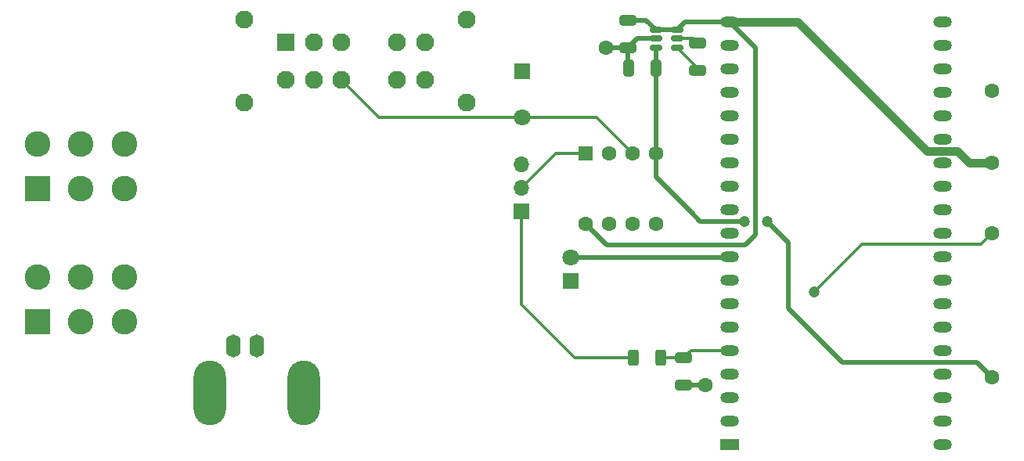
<source format=gbr>
%TF.GenerationSoftware,KiCad,Pcbnew,9.0.1*%
%TF.CreationDate,2025-04-07T11:22:38-03:00*%
%TF.ProjectId,Proyecto integrador 1.1,50726f79-6563-4746-9f20-696e74656772,rev?*%
%TF.SameCoordinates,Original*%
%TF.FileFunction,Copper,L2,Bot*%
%TF.FilePolarity,Positive*%
%FSLAX46Y46*%
G04 Gerber Fmt 4.6, Leading zero omitted, Abs format (unit mm)*
G04 Created by KiCad (PCBNEW 9.0.1) date 2025-04-07 11:22:38*
%MOMM*%
%LPD*%
G01*
G04 APERTURE LIST*
G04 Aperture macros list*
%AMRoundRect*
0 Rectangle with rounded corners*
0 $1 Rounding radius*
0 $2 $3 $4 $5 $6 $7 $8 $9 X,Y pos of 4 corners*
0 Add a 4 corners polygon primitive as box body*
4,1,4,$2,$3,$4,$5,$6,$7,$8,$9,$2,$3,0*
0 Add four circle primitives for the rounded corners*
1,1,$1+$1,$2,$3*
1,1,$1+$1,$4,$5*
1,1,$1+$1,$6,$7*
1,1,$1+$1,$8,$9*
0 Add four rect primitives between the rounded corners*
20,1,$1+$1,$2,$3,$4,$5,0*
20,1,$1+$1,$4,$5,$6,$7,0*
20,1,$1+$1,$6,$7,$8,$9,0*
20,1,$1+$1,$8,$9,$2,$3,0*%
G04 Aperture macros list end*
%TA.AperFunction,ComponentPad*%
%ADD10R,1.700000X1.700000*%
%TD*%
%TA.AperFunction,ComponentPad*%
%ADD11O,1.700000X1.700000*%
%TD*%
%TA.AperFunction,SMDPad,CuDef*%
%ADD12RoundRect,0.250000X-0.650000X0.325000X-0.650000X-0.325000X0.650000X-0.325000X0.650000X0.325000X0*%
%TD*%
%TA.AperFunction,ComponentPad*%
%ADD13O,1.600000X2.500000*%
%TD*%
%TA.AperFunction,ComponentPad*%
%ADD14O,3.500000X7.000000*%
%TD*%
%TA.AperFunction,ComponentPad*%
%ADD15R,1.800000X1.800000*%
%TD*%
%TA.AperFunction,ComponentPad*%
%ADD16C,1.800000*%
%TD*%
%TA.AperFunction,ComponentPad*%
%ADD17R,1.950000X1.950000*%
%TD*%
%TA.AperFunction,ComponentPad*%
%ADD18C,1.950000*%
%TD*%
%TA.AperFunction,ComponentPad*%
%ADD19RoundRect,0.250000X-0.550000X0.550000X-0.550000X-0.550000X0.550000X-0.550000X0.550000X0.550000X0*%
%TD*%
%TA.AperFunction,ComponentPad*%
%ADD20C,1.600000*%
%TD*%
%TA.AperFunction,SMDPad,CuDef*%
%ADD21RoundRect,0.250000X0.325000X0.650000X-0.325000X0.650000X-0.325000X-0.650000X0.325000X-0.650000X0*%
%TD*%
%TA.AperFunction,SMDPad,CuDef*%
%ADD22RoundRect,0.150000X-0.512500X-0.150000X0.512500X-0.150000X0.512500X0.150000X-0.512500X0.150000X0*%
%TD*%
%TA.AperFunction,ComponentPad*%
%ADD23R,2.775000X2.775000*%
%TD*%
%TA.AperFunction,ComponentPad*%
%ADD24C,2.775000*%
%TD*%
%TA.AperFunction,SMDPad,CuDef*%
%ADD25RoundRect,0.250000X0.312500X0.625000X-0.312500X0.625000X-0.312500X-0.625000X0.312500X-0.625000X0*%
%TD*%
%TA.AperFunction,ComponentPad*%
%ADD26R,2.000000X1.200000*%
%TD*%
%TA.AperFunction,ComponentPad*%
%ADD27O,2.000000X1.200000*%
%TD*%
%TA.AperFunction,ViaPad*%
%ADD28C,1.600000*%
%TD*%
%TA.AperFunction,ViaPad*%
%ADD29C,1.200000*%
%TD*%
%TA.AperFunction,Conductor*%
%ADD30C,0.500000*%
%TD*%
%TA.AperFunction,Conductor*%
%ADD31C,0.300000*%
%TD*%
%TA.AperFunction,Conductor*%
%ADD32C,0.900000*%
%TD*%
G04 APERTURE END LIST*
D10*
%TO.P,J2,1,Pin_1*%
%TO.N,Net-(J2-Pin_1)*%
X149100000Y-87475000D03*
D11*
%TO.P,J2,2,Pin_2*%
%TO.N,/Complementary circuits/SIGNAL_INPUT*%
X149100000Y-84935000D03*
%TO.P,J2,3,Pin_3*%
%TO.N,Net-(J2-Pin_3)*%
X149100000Y-82395000D03*
%TD*%
D12*
%TO.P,C21,1*%
%TO.N,Net-(U3-C1+)*%
X168150000Y-69335000D03*
%TO.P,C21,2*%
%TO.N,Net-(U3-C1-)*%
X168150000Y-72285000D03*
%TD*%
D13*
%TO.P,J1,1,In*%
%TO.N,Net-(J1-In)*%
X120500000Y-102100000D03*
D14*
%TO.P,J1,2,Ext*%
%TO.N,GND*%
X115420000Y-107180000D03*
D13*
X117960000Y-102100000D03*
D14*
X125580000Y-107180000D03*
%TD*%
D15*
%TO.P,C11,1,1*%
%TO.N,GND*%
X149150000Y-72335000D03*
D16*
%TO.P,C11,2,2*%
%TO.N,/Vatten*%
X149150000Y-77335000D03*
%TD*%
D17*
%TO.P,S3,1*%
%TO.N,Net-(R3-Pad1)*%
X123650000Y-69260000D03*
D18*
%TO.P,S3,2*%
%TO.N,Net-(R4-Pad2)*%
X126650000Y-69260000D03*
%TO.P,S3,3*%
%TO.N,Net-(S2-COM2)*%
X129650000Y-69260000D03*
%TO.P,S3,4*%
%TO.N,Net-(R6-Pad2)*%
X135650000Y-69260000D03*
%TO.P,S3,5*%
%TO.N,Net-(R8-Pad2)*%
X138650000Y-69260000D03*
%TO.P,S3,6*%
%TO.N,Net-(R3-Pad1)*%
X123650000Y-73260000D03*
%TO.P,S3,7*%
%TO.N,Net-(C6-Pad1)*%
X126650000Y-73260000D03*
%TO.P,S3,8*%
%TO.N,/Vatten*%
X129650000Y-73260000D03*
%TO.P,S3,9*%
%TO.N,Net-(C8-Pad1)*%
X135650000Y-73260000D03*
%TO.P,S3,10*%
%TO.N,Net-(C10-Pad1)*%
X138650000Y-73260000D03*
%TO.P,S3,SH1*%
%TO.N,N/C*%
X119150000Y-75760000D03*
%TO.P,S3,SH2*%
X119150000Y-66760000D03*
%TO.P,S3,SH3*%
X143150000Y-75760000D03*
%TO.P,S3,SH4*%
X143150000Y-66760000D03*
%TD*%
D19*
%TO.P,U1,1*%
%TO.N,/Complementary circuits/SIGNAL_INPUT*%
X156030000Y-81215000D03*
D20*
%TO.P,U1,2,-*%
%TO.N,Net-(U1A--)*%
X158570000Y-81215000D03*
%TO.P,U1,3,+*%
%TO.N,/Vatten*%
X161110000Y-81215000D03*
%TO.P,U1,4,V-*%
%TO.N,VSSA*%
X163650000Y-81215000D03*
%TO.P,U1,5,+*%
%TO.N,/Complementary circuits/SIGNAL_INPUT*%
X163650000Y-88835000D03*
%TO.P,U1,6,-*%
%TO.N,Net-(U1B--)*%
X161110000Y-88835000D03*
%TO.P,U1,7*%
%TO.N,Net-(R21-Pad2)*%
X158570000Y-88835000D03*
%TO.P,U1,8,V+*%
%TO.N,VDDA*%
X156030000Y-88835000D03*
%TD*%
D12*
%TO.P,C20,1*%
%TO.N,VDDA*%
X160650000Y-66835000D03*
%TO.P,C20,2*%
%TO.N,GND*%
X160650000Y-69785000D03*
%TD*%
%TO.P,C16,1*%
%TO.N,/Complementary circuits/INT_ADC*%
X166650000Y-103385000D03*
%TO.P,C16,2*%
%TO.N,GND*%
X166650000Y-106335000D03*
%TD*%
D21*
%TO.P,C22,1*%
%TO.N,VSSA*%
X163650000Y-72000000D03*
%TO.P,C22,2*%
%TO.N,GND*%
X160700000Y-72000000D03*
%TD*%
D22*
%TO.P,U3,1,VOUT*%
%TO.N,VSSA*%
X163650000Y-69785000D03*
%TO.P,U3,2,GND*%
%TO.N,GND*%
X163650000Y-68835000D03*
%TO.P,U3,3,VIN*%
%TO.N,VDDA*%
X163650000Y-67885000D03*
%TO.P,U3,4,EN*%
X165925000Y-67885000D03*
%TO.P,U3,5,C1+*%
%TO.N,Net-(U3-C1+)*%
X165925000Y-68835000D03*
%TO.P,U3,6,C1-*%
%TO.N,Net-(U3-C1-)*%
X165925000Y-69785000D03*
%TD*%
D23*
%TO.P,S2,1,NC1*%
%TO.N,Net-(S2-NC1)*%
X96740000Y-85090000D03*
D24*
%TO.P,S2,2,COM1*%
%TO.N,Net-(S1-COM2)*%
X101440000Y-85090000D03*
%TO.P,S2,3,NO1*%
%TO.N,Net-(S2-NO1)*%
X106140000Y-85090000D03*
%TO.P,S2,4,NC2*%
%TO.N,Net-(S2-NC1)*%
X96740000Y-80260000D03*
%TO.P,S2,5,COM2*%
%TO.N,Net-(S2-COM2)*%
X101440000Y-80260000D03*
%TO.P,S2,6,NO2*%
%TO.N,Net-(S2-NO2)*%
X106140000Y-80260000D03*
%TD*%
D25*
%TO.P,R15,1*%
%TO.N,/Complementary circuits/INT_ADC*%
X164150000Y-103335000D03*
%TO.P,R15,2*%
%TO.N,Net-(J2-Pin_1)*%
X161225000Y-103335000D03*
%TD*%
D26*
%TO.P,U4,1,3V3*%
%TO.N,+3.3V*%
X171650000Y-112730000D03*
D27*
%TO.P,U4,2,CHIP_PU*%
%TO.N,unconnected-(U4-CHIP_PU-Pad2)*%
X171650000Y-110190000D03*
%TO.P,U4,3,SENSOR_VP/GPIO36/ADC1_CH0*%
%TO.N,unconnected-(U4-SENSOR_VP{slash}GPIO36{slash}ADC1_CH0-Pad3)*%
X171650000Y-107650000D03*
%TO.P,U4,4,SENSOR_VN/GPIO39/ADC1_CH3*%
%TO.N,unconnected-(U4-SENSOR_VN{slash}GPIO39{slash}ADC1_CH3-Pad4)*%
X171650000Y-105110000D03*
%TO.P,U4,5,VDET_1/GPIO34/ADC1_CH6*%
%TO.N,/Complementary circuits/INT_ADC*%
X171650000Y-102570000D03*
%TO.P,U4,6,VDET_2/GPIO35/ADC1_CH7*%
%TO.N,unconnected-(U4-VDET_2{slash}GPIO35{slash}ADC1_CH7-Pad6)*%
X171650000Y-100030000D03*
%TO.P,U4,7,32K_XP/GPIO32/ADC1_CH4*%
%TO.N,/Complementary circuits/SQUARE_ATTEN*%
X171650000Y-97490000D03*
%TO.P,U4,8,32K_XN/GPIO33/ADC1_CH5*%
%TO.N,/Complementary circuits/TRANSIENT*%
X171650000Y-94950000D03*
%TO.P,U4,9,DAC_1/ADC2_CH8/GPIO25*%
%TO.N,/Complementary circuits/LED_GPIO*%
X171650000Y-92410000D03*
%TO.P,U4,10,DAC_2/ADC2_CH9/GPIO26*%
%TO.N,unconnected-(U4-DAC_2{slash}ADC2_CH9{slash}GPIO26-Pad10)*%
X171650000Y-89870000D03*
%TO.P,U4,11,ADC2_CH7/GPIO27*%
%TO.N,/Complementary circuits/TRIGGER_PWM*%
X171650000Y-87330000D03*
%TO.P,U4,12,MTMS/GPIO14/ADC2_CH6*%
%TO.N,/Complementary circuits/CLK_SPI*%
X171650000Y-84790000D03*
%TO.P,U4,13,MTDI/GPIO12/ADC2_CH5*%
%TO.N,/Complementary circuits/MISO_SPI*%
X171650000Y-82250000D03*
%TO.P,U4,14,GND*%
%TO.N,GND*%
X171650000Y-79710000D03*
%TO.P,U4,15,MTCK/GPIO13/ADC2_CH4*%
%TO.N,/Complementary circuits/CS_SPI*%
X171650000Y-77170000D03*
%TO.P,U4,16,SD_DATA2/GPIO9*%
%TO.N,unconnected-(U4-SD_DATA2{slash}GPIO9-Pad16)*%
X171650000Y-74630000D03*
%TO.P,U4,17,SD_DATA3/GPIO10*%
%TO.N,unconnected-(U4-SD_DATA3{slash}GPIO10-Pad17)*%
X171650000Y-72090000D03*
%TO.P,U4,18,CMD*%
%TO.N,unconnected-(U4-CMD-Pad18)*%
X171650000Y-69550000D03*
%TO.P,U4,19,5V*%
%TO.N,VDDA*%
X171650000Y-67010000D03*
%TO.P,U4,20,SD_CLK/GPIO6*%
%TO.N,unconnected-(U4-SD_CLK{slash}GPIO6-Pad20)*%
X194646320Y-67012720D03*
%TO.P,U4,21,SD_DATA0/GPIO7*%
%TO.N,unconnected-(U4-SD_DATA0{slash}GPIO7-Pad21)*%
X194646320Y-69552720D03*
%TO.P,U4,22,SD_DATA1/GPIO8*%
%TO.N,unconnected-(U4-SD_DATA1{slash}GPIO8-Pad22)*%
X194650000Y-72090000D03*
%TO.P,U4,23,MTDO/GPIO15/ADC2_CH3*%
%TO.N,/ESP32/CS_MCPWM_SYNC*%
X194650000Y-74630000D03*
%TO.P,U4,24,ADC2_CH2/GPIO2*%
X194650000Y-77170000D03*
%TO.P,U4,25,GPIO0/BOOT/ADC2_CH1*%
%TO.N,unconnected-(U4-GPIO0{slash}BOOT{slash}ADC2_CH1-Pad25)*%
X194650000Y-79710000D03*
%TO.P,U4,26,ADC2_CH0/GPIO4*%
%TO.N,unconnected-(U4-ADC2_CH0{slash}GPIO4-Pad26)*%
X194650000Y-82250000D03*
%TO.P,U4,27,GPIO16*%
%TO.N,unconnected-(U4-GPIO16-Pad27)*%
X194650000Y-84790000D03*
%TO.P,U4,28,GPIO17*%
%TO.N,unconnected-(U4-GPIO17-Pad28)*%
X194650000Y-87330000D03*
%TO.P,U4,29,GPIO5*%
%TO.N,unconnected-(U4-GPIO5-Pad29)*%
X194650000Y-89870000D03*
%TO.P,U4,30,GPIO18*%
%TO.N,unconnected-(U4-GPIO18-Pad30)*%
X194650000Y-92410000D03*
%TO.P,U4,31,GPIO19*%
%TO.N,unconnected-(U4-GPIO19-Pad31)*%
X194650000Y-94950000D03*
%TO.P,U4,32,GND*%
%TO.N,GND*%
X194650000Y-97490000D03*
%TO.P,U4,33,GPIO21*%
%TO.N,unconnected-(U4-GPIO21-Pad33)*%
X194650000Y-100030000D03*
%TO.P,U4,34,U0RXD/GPIO3*%
%TO.N,unconnected-(U4-U0RXD{slash}GPIO3-Pad34)*%
X194650000Y-102570000D03*
%TO.P,U4,35,U0TXD/GPIO1*%
%TO.N,unconnected-(U4-U0TXD{slash}GPIO1-Pad35)*%
X194650000Y-105110000D03*
%TO.P,U4,36,GPIO22*%
%TO.N,unconnected-(U4-GPIO22-Pad36)*%
X194650000Y-107650000D03*
%TO.P,U4,37,GPIO23*%
%TO.N,unconnected-(U4-GPIO23-Pad37)*%
X194650000Y-110190000D03*
%TO.P,U4,38,GND*%
%TO.N,GND*%
X194650000Y-112730000D03*
%TD*%
D15*
%TO.P,D2,1,K*%
%TO.N,Net-(D2-K)*%
X154400000Y-95072500D03*
D16*
%TO.P,D2,2,A*%
%TO.N,/Complementary circuits/LED_GPIO*%
X154400000Y-92532500D03*
%TD*%
D23*
%TO.P,S1,1,NC1*%
%TO.N,Net-(S1-NC1)*%
X96740000Y-99480000D03*
D24*
%TO.P,S1,2,COM1*%
%TO.N,Net-(J1-In)*%
X101440000Y-99480000D03*
%TO.P,S1,3,NO1*%
%TO.N,Net-(S1-NO1)*%
X106140000Y-99480000D03*
%TO.P,S1,4,NC2*%
%TO.N,Net-(S1-NC1)*%
X96740000Y-94650000D03*
%TO.P,S1,5,COM2*%
%TO.N,Net-(S1-COM2)*%
X101440000Y-94650000D03*
%TO.P,S1,6,NO2*%
%TO.N,Net-(S1-NO2)*%
X106140000Y-94650000D03*
%TD*%
D28*
%TO.N,GND*%
X158250000Y-69800000D03*
X200000000Y-74500000D03*
X169000000Y-106300000D03*
%TO.N,VDDA*%
X200000000Y-82250000D03*
D29*
%TO.N,VSSA*%
X175700000Y-88600000D03*
D28*
X200000000Y-105500000D03*
D29*
X173250000Y-88600000D03*
D28*
%TO.N,/Square_signal*%
X200000000Y-89900000D03*
D29*
X180800000Y-96200000D03*
%TD*%
D30*
%TO.N,GND*%
X160650000Y-69785000D02*
X158265000Y-69785000D01*
X166650000Y-106335000D02*
X168965000Y-106335000D01*
X160700000Y-69835000D02*
X160650000Y-69785000D01*
X160650000Y-69785000D02*
X160650000Y-71950000D01*
X160650000Y-71950000D02*
X160700000Y-72000000D01*
X168965000Y-106335000D02*
X169000000Y-106300000D01*
X168565000Y-106335000D02*
X168600000Y-106300000D01*
X161600000Y-68835000D02*
X163650000Y-68835000D01*
X158715000Y-69785000D02*
X158700000Y-69800000D01*
X160650000Y-69785000D02*
X161600000Y-68835000D01*
X158265000Y-69785000D02*
X158250000Y-69800000D01*
D31*
%TO.N,/Vatten*%
X149150000Y-77335000D02*
X157230000Y-77335000D01*
X129650000Y-73260000D02*
X133725000Y-77335000D01*
X157230000Y-77335000D02*
X161110000Y-81215000D01*
X133725000Y-77335000D02*
X149150000Y-77335000D01*
%TO.N,/Complementary circuits/SIGNAL_INPUT*%
X152820000Y-81215000D02*
X156030000Y-81215000D01*
X156030000Y-81220000D02*
X156030000Y-81215000D01*
X149100000Y-84935000D02*
X152820000Y-81215000D01*
%TO.N,/Complementary circuits/INT_ADC*%
X171650000Y-102570000D02*
X167465000Y-102570000D01*
X167465000Y-102570000D02*
X166650000Y-103385000D01*
X164150000Y-103335000D02*
X166600000Y-103335000D01*
X166600000Y-103335000D02*
X166650000Y-103385000D01*
D30*
%TO.N,VDDA*%
X156030000Y-88835000D02*
X158355000Y-91160000D01*
D32*
X179010000Y-67010000D02*
X193000000Y-81000000D01*
X197500000Y-82250000D02*
X200000000Y-82250000D01*
D30*
X174430000Y-90040000D02*
X174430000Y-69790000D01*
X174430000Y-69790000D02*
X171650000Y-67010000D01*
X171650000Y-67010000D02*
X166800000Y-67010000D01*
X162600000Y-66835000D02*
X163650000Y-67885000D01*
D32*
X193000000Y-81000000D02*
X196250000Y-81000000D01*
D30*
X160650000Y-66835000D02*
X162600000Y-66835000D01*
X158355000Y-91160000D02*
X173310000Y-91160000D01*
D31*
X171475000Y-66835000D02*
X171650000Y-67010000D01*
D32*
X196250000Y-81000000D02*
X197500000Y-82250000D01*
X171650000Y-67010000D02*
X179010000Y-67010000D01*
D30*
X173310000Y-91160000D02*
X174430000Y-90040000D01*
X165925000Y-67885000D02*
X163650000Y-67885000D01*
X166800000Y-67010000D02*
X165925000Y-67885000D01*
D31*
%TO.N,Net-(U3-C1+)*%
X165925000Y-68835000D02*
X167650000Y-68835000D01*
X167650000Y-68835000D02*
X168150000Y-69335000D01*
%TO.N,Net-(U3-C1-)*%
X165925000Y-69785000D02*
X168150000Y-72010000D01*
X168150000Y-72010000D02*
X168150000Y-72285000D01*
D30*
%TO.N,VSSA*%
X168450000Y-88600000D02*
X173250000Y-88600000D01*
X197450000Y-103850000D02*
X198350000Y-103850000D01*
X183800000Y-103850000D02*
X197450000Y-103850000D01*
X175700000Y-88600000D02*
X178000000Y-90900000D01*
X167450000Y-87600000D02*
X168450000Y-88600000D01*
X198350000Y-103850000D02*
X200000000Y-105500000D01*
X163650000Y-83800000D02*
X167450000Y-87600000D01*
X178000000Y-97400000D02*
X178000000Y-98050000D01*
X163650000Y-72000000D02*
X163650000Y-81215000D01*
X163650000Y-81215000D02*
X163650000Y-83800000D01*
X178000000Y-90900000D02*
X178000000Y-97400000D01*
X178000000Y-98050000D02*
X182200000Y-102250000D01*
X182200000Y-102250000D02*
X183800000Y-103850000D01*
X163650000Y-69785000D02*
X163650000Y-72000000D01*
D31*
%TO.N,/Square_signal*%
X198800000Y-91100000D02*
X200000000Y-89900000D01*
X195000000Y-91100000D02*
X198800000Y-91100000D01*
X180800000Y-96200000D02*
X185900000Y-91100000D01*
X185900000Y-91100000D02*
X195000000Y-91100000D01*
%TO.N,/Complementary circuits/LED_GPIO*%
X154522500Y-92410000D02*
X154400000Y-92532500D01*
D30*
X154400000Y-92532500D02*
X171527500Y-92532500D01*
D31*
X171527500Y-92532500D02*
X171650000Y-92410000D01*
%TO.N,Net-(J2-Pin_1)*%
X149100000Y-87475000D02*
X149100000Y-97550000D01*
X149100000Y-97550000D02*
X154900000Y-103350000D01*
X154915000Y-103335000D02*
X161225000Y-103335000D01*
X154900000Y-103350000D02*
X154915000Y-103335000D01*
%TD*%
M02*

</source>
